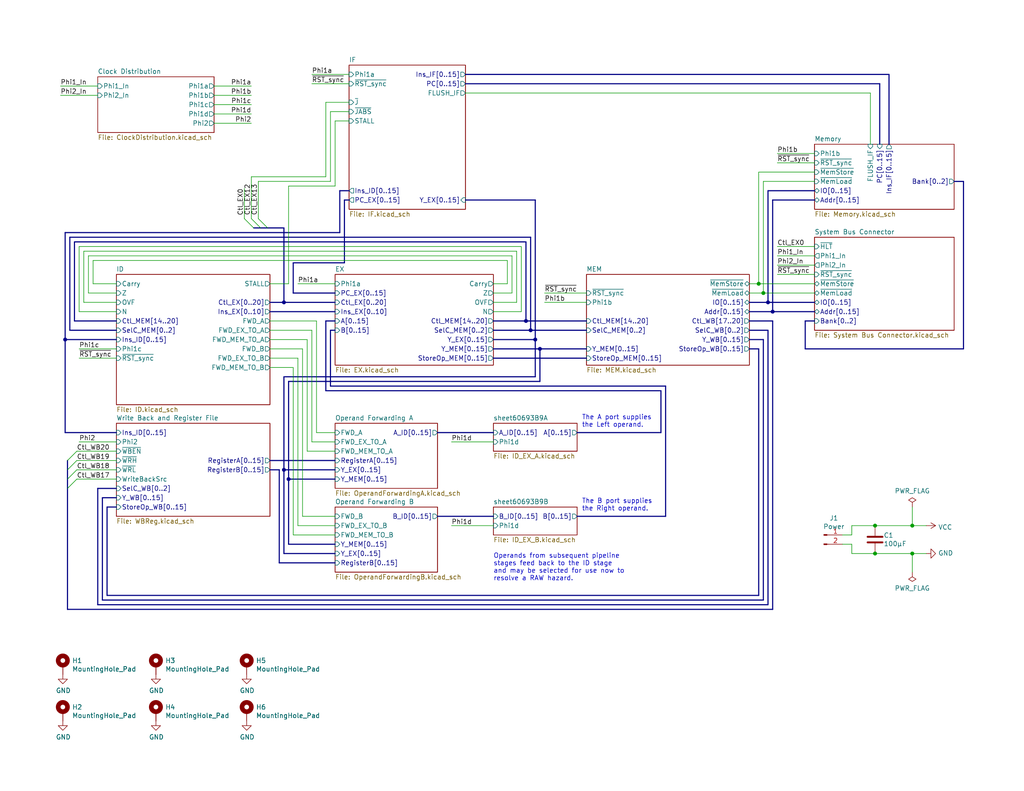
<source format=kicad_sch>
(kicad_sch (version 20230121) (generator eeschema)
  (paper "USLetter")
  (title_block (title "Turtle16: Processor Board") (date "2023-11-20") (rev "A") (comment 4 "Microcomputer built from 74xx series logic chips."))
  (lib_symbols
    (symbol "Connector:Conn_01x02_Pin" (pin_names (offset 1.016) hide)
      (property "Reference" "J" (at 0 2.54 0))
      (property "Value" "Conn_01x02_Pin" (at 0 -5.08 0))
      (symbol "Conn_01x02_Pin_1_1"
        (polyline (pts (xy 1.27 -2.54) (xy 0.8636 -2.54)) (stroke (width 0.1524)))
        (polyline (pts (xy 1.27 0) (xy 0.8636 0)) (stroke (width 0.1524)))
        (rectangle (start 0.8636 -2.413) (end 0 -2.667) (stroke (width 0.1524)) (fill (type outline)))
        (rectangle (start 0.8636 0.127) (end 0 -0.127) (stroke (width 0.1524)) (fill (type outline)))
        (pin passive line (at 5.08 0 180) (length 3.81) (name "Pin_1") (number "1"))
        (pin passive line (at 5.08 -2.54 180) (length 3.81) (name "Pin_2") (number "2"))
      )
    )
    (symbol "Device:C" (pin_numbers hide) (pin_names (offset 0.254))
      (property "Reference" "C" (at 0.635 2.54 0))
      (property "Value" "C" (at 0.635 -2.54 0))
      (symbol "C_0_1"
        (polyline (pts (xy -2.032 -0.762) (xy 2.032 -0.762)) (stroke (width 0.508)))
        (polyline (pts (xy -2.032 0.762) (xy 2.032 0.762)) (stroke (width 0.508)))
      )
      (symbol "C_1_1"
        (pin passive line (at 0 3.81 270) (length 2.794) (name "~") (number "1"))
        (pin passive line (at 0 -3.81 90) (length 2.794) (name "~") (number "2"))
      )
    )
    (symbol "Mechanical:MountingHole_Pad" (pin_numbers hide) (pin_names (offset 1.016) hide)
      (property "Reference" "H" (at 0 6.35 0))
      (property "Value" "MountingHole_Pad" (at 0 4.445 0))
      (symbol "MountingHole_Pad_0_1"
        (circle (center 0 1.27) (radius 1.27) (stroke (width 1.27)))
      )
      (symbol "MountingHole_Pad_1_1"
        (pin input line (at 0 -2.54 90) (length 2.54) (name "1") (number "1"))
      )
    )
    (symbol "power:GND" (power) (pin_names (offset 0))
      (property "Value" "GND" (at 0 -3.81 0))
      (symbol "GND_0_1"
        (polyline (pts (xy 0 0) (xy 0 -1.27) (xy 1.27 -1.27) (xy 0 -2.54) (xy -1.27 -1.27) (xy 0 -1.27)))
      )
      (symbol "GND_1_1"
        (pin power_in line (at 0 0 270) (length 0) hide (name "GND") (number "1"))
      )
    )
    (symbol "power:PWR_FLAG" (power) (pin_numbers hide) (pin_names (offset 0) hide)
      (property "Value" "PWR_FLAG" (at 0 3.81 0))
      (symbol "PWR_FLAG_0_0"
        (pin power_out line (at 0 0 90) (length 0) (name "pwr") (number "1"))
      )
      (symbol "PWR_FLAG_0_1"
        (polyline (pts (xy 0 0) (xy 0 1.27) (xy -1.016 1.905) (xy 0 2.54) (xy 1.016 1.905) (xy 0 1.27)))
      )
    )
    (symbol "power:VCC" (power) (pin_names (offset 0))
      (property "Value" "VCC" (at 0 3.81 0))
      (symbol "VCC_0_1"
        (polyline (pts (xy -0.762 1.27) (xy 0 2.54)))
        (polyline (pts (xy 0 0) (xy 0 2.54)))
        (polyline (pts (xy 0 2.54) (xy 0.762 1.27)))
      )
      (symbol "VCC_1_1"
        (pin power_in line (at 0 0 90) (length 0) hide (name "VCC") (number "1"))
      )
    )
  )
  (junction (at 77.47 128.27))
  (junction (at 147.32 95.25))
  (junction (at 207.01 77.47))
  (junction (at 238.76 151.13))
  (junction (at 248.92 151.13))
  (junction (at 208.28 80.01))
  (junction (at 143.51 87.63))
  (junction (at 146.05 92.71))
  (junction (at 144.78 90.17))
  (junction (at 248.92 143.51))
  (junction (at 78.74 130.81))
  (junction (at 209.55 82.55))
  (junction (at 77.47 82.55))
  (junction (at 210.82 85.09))
  (junction (at 17.78 92.71))
  (junction (at 238.76 143.51))
  (bus_entry (at 73.025 62.23) (size -2.54 -2.54))
  (bus_entry (at 71.12 62.23) (size -2.54 -2.54))
  (bus_entry (at 69.215 62.23) (size -2.54 -2.54))
  (bus_entry (at 18.415 128.27) (size 2.54 -2.54))
  (bus_entry (at 18.415 130.81) (size 2.54 -2.54))
  (bus_entry (at 18.415 125.73) (size 2.54 -2.54))
  (bus_entry (at 18.415 133.35) (size 2.54 -2.54))
  (bus (pts (xy 91.44 87.63) (xy 88.9 87.63)))
  (wire (pts (xy 91.44 123.19) (xy 83.82 123.19)))
  (bus (pts (xy 91.44 90.17) (xy 90.17 90.17)))
  (bus (pts (xy 73.66 82.55) (xy 77.47 82.55)))
  (wire (pts (xy 148.59 82.55) (xy 160.02 82.55)))
  (bus (pts (xy 181.61 140.97) (xy 157.48 140.97)))
  (wire (pts (xy 86.36 87.63) (xy 73.66 87.63)))
  (wire (pts (xy 21.59 95.25) (xy 31.75 95.25)))
  (bus (pts (xy 240.03 39.37) (xy 240.03 22.86)))
  (bus (pts (xy 88.9 87.63) (xy 88.9 106.68)))
  (wire (pts (xy 134.62 82.55) (xy 140.97 82.55)))
  (bus (pts (xy 92.71 52.07) (xy 92.71 63.5)))
  (wire (pts (xy 91.44 120.65) (xy 85.09 120.65)))
  (wire (pts (xy 238.76 151.13) (xy 248.92 151.13)))
  (bus (pts (xy 93.98 54.61) (xy 93.98 71.755)))
  (wire (pts (xy 232.41 143.51) (xy 238.76 143.51)))
  (wire (pts (xy 142.24 85.09) (xy 142.24 67.31)))
  (wire (pts (xy 207.01 46.99) (xy 207.01 77.47)))
  (wire (pts (xy 20.955 125.73) (xy 31.75 125.73)))
  (bus (pts (xy 144.78 64.77) (xy 19.05 64.77)))
  (bus (pts (xy 78.74 104.14) (xy 78.74 130.81)))
  (bus (pts (xy 77.47 102.87) (xy 77.47 128.27)))
  (wire (pts (xy 138.43 71.12) (xy 25.4 71.12)))
  (bus (pts (xy 27.94 135.89) (xy 27.94 163.83)))
  (wire (pts (xy 95.25 27.94) (xy 88.9 27.94)))
  (bus (pts (xy 73.66 85.09) (xy 91.44 85.09)))
  (bus (pts (xy 242.57 20.32) (xy 242.57 39.37)))
  (wire (pts (xy 207.01 77.47) (xy 222.25 77.47)))
  (wire (pts (xy 80.01 146.05) (xy 80.01 100.33)))
  (bus (pts (xy 80.01 80.01) (xy 91.44 80.01)))
  (bus (pts (xy 127 20.32) (xy 242.57 20.32)))
  (wire (pts (xy 204.47 80.01) (xy 208.28 80.01)))
  (bus (pts (xy 209.55 165.1) (xy 26.67 165.1)))
  (bus (pts (xy 180.34 106.68) (xy 180.34 118.11)))
  (bus (pts (xy 209.55 82.55) (xy 209.55 52.07)))
  (wire (pts (xy 68.58 48.26) (xy 68.58 59.69)))
  (wire (pts (xy 20.955 128.27) (xy 31.75 128.27)))
  (bus (pts (xy 78.74 130.81) (xy 78.74 148.59)))
  (wire (pts (xy 25.4 77.47) (xy 31.75 77.47)))
  (bus (pts (xy 80.01 71.755) (xy 80.01 80.01)))
  (wire (pts (xy 68.58 23.495) (xy 58.42 23.495)))
  (wire (pts (xy 212.09 44.45) (xy 222.25 44.45)))
  (bus (pts (xy 208.28 163.83) (xy 208.28 92.71)))
  (wire (pts (xy 91.44 50.8) (xy 78.74 50.8)))
  (bus (pts (xy 76.2 128.27) (xy 76.2 153.67)))
  (wire (pts (xy 208.28 49.53) (xy 208.28 80.01)))
  (wire (pts (xy 21.59 97.79) (xy 31.75 97.79)))
  (wire (pts (xy 81.28 97.79) (xy 73.66 97.79)))
  (bus (pts (xy 73.66 128.27) (xy 76.2 128.27)))
  (bus (pts (xy 262.89 49.53) (xy 262.89 95.25)))
  (wire (pts (xy 252.73 143.51) (xy 248.92 143.51)))
  (bus (pts (xy 19.05 64.77) (xy 19.05 90.17)))
  (bus (pts (xy 95.25 54.61) (xy 93.98 54.61)))
  (wire (pts (xy 212.09 69.85) (xy 222.25 69.85)))
  (wire (pts (xy 16.51 23.495) (xy 26.67 23.495)))
  (bus (pts (xy 143.51 87.63) (xy 160.02 87.63)))
  (bus (pts (xy 210.82 166.37) (xy 18.415 166.37)))
  (wire (pts (xy 68.58 26.035) (xy 58.42 26.035)))
  (bus (pts (xy 146.05 102.87) (xy 77.47 102.87)))
  (wire (pts (xy 80.01 100.33) (xy 73.66 100.33)))
  (wire (pts (xy 91.44 33.02) (xy 91.44 50.8)))
  (bus (pts (xy 29.21 162.56) (xy 29.21 138.43)))
  (wire (pts (xy 139.7 69.85) (xy 139.7 80.01)))
  (bus (pts (xy 180.34 118.11) (xy 157.48 118.11)))
  (wire (pts (xy 212.09 67.31) (xy 222.25 67.31)))
  (bus (pts (xy 134.62 92.71) (xy 146.05 92.71)))
  (bus (pts (xy 134.62 90.17) (xy 144.78 90.17)))
  (wire (pts (xy 68.58 28.575) (xy 58.42 28.575)))
  (bus (pts (xy 69.215 62.23) (xy 71.12 62.23)))
  (wire (pts (xy 22.86 68.58) (xy 22.86 82.55)))
  (bus (pts (xy 93.98 71.755) (xy 80.01 71.755)))
  (bus (pts (xy 222.25 54.61) (xy 210.82 54.61)))
  (wire (pts (xy 91.44 118.11) (xy 86.36 118.11)))
  (wire (pts (xy 140.97 68.58) (xy 22.86 68.58)))
  (bus (pts (xy 222.25 87.63) (xy 219.71 87.63)))
  (bus (pts (xy 204.47 90.17) (xy 209.55 90.17)))
  (wire (pts (xy 24.13 69.85) (xy 139.7 69.85)))
  (wire (pts (xy 222.25 49.53) (xy 208.28 49.53)))
  (wire (pts (xy 25.4 71.12) (xy 25.4 77.47)))
  (bus (pts (xy 20.32 87.63) (xy 31.75 87.63)))
  (wire (pts (xy 90.17 49.53) (xy 90.17 30.48)))
  (bus (pts (xy 181.61 105.41) (xy 181.61 140.97)))
  (bus (pts (xy 147.32 95.25) (xy 160.02 95.25)))
  (bus (pts (xy 29.21 138.43) (xy 31.75 138.43)))
  (bus (pts (xy 73.66 125.73) (xy 91.44 125.73)))
  (wire (pts (xy 134.62 85.09) (xy 142.24 85.09)))
  (wire (pts (xy 248.92 138.43) (xy 248.92 143.51)))
  (wire (pts (xy 123.19 143.51) (xy 134.62 143.51)))
  (bus (pts (xy 77.47 151.13) (xy 91.44 151.13)))
  (wire (pts (xy 85.09 20.32) (xy 95.25 20.32)))
  (wire (pts (xy 24.13 80.01) (xy 24.13 69.85)))
  (bus (pts (xy 127 22.86) (xy 240.03 22.86)))
  (bus (pts (xy 262.89 95.25) (xy 219.71 95.25)))
  (bus (pts (xy 208.28 92.71) (xy 204.47 92.71)))
  (bus (pts (xy 77.47 82.55) (xy 91.44 82.55)))
  (wire (pts (xy 21.59 85.09) (xy 31.75 85.09)))
  (bus (pts (xy 92.71 63.5) (xy 17.78 63.5)))
  (wire (pts (xy 78.74 50.8) (xy 78.74 77.47)))
  (wire (pts (xy 83.82 123.19) (xy 83.82 92.71)))
  (bus (pts (xy 146.05 54.61) (xy 146.05 92.71)))
  (bus (pts (xy 262.89 49.53) (xy 260.35 49.53)))
  (bus (pts (xy 88.9 106.68) (xy 180.34 106.68)))
  (bus (pts (xy 78.74 130.81) (xy 91.44 130.81)))
  (wire (pts (xy 138.43 77.47) (xy 138.43 71.12)))
  (bus (pts (xy 73.025 62.23) (xy 77.47 62.23)))
  (wire (pts (xy 222.25 46.99) (xy 207.01 46.99)))
  (wire (pts (xy 91.44 140.97) (xy 82.55 140.97)))
  (wire (pts (xy 68.58 31.115) (xy 58.42 31.115)))
  (wire (pts (xy 83.82 92.71) (xy 73.66 92.71)))
  (bus (pts (xy 210.82 87.63) (xy 210.82 166.37)))
  (bus (pts (xy 31.75 118.11) (xy 17.78 118.11)))
  (wire (pts (xy 232.41 151.13) (xy 238.76 151.13)))
  (wire (pts (xy 70.485 59.69) (xy 70.485 49.53)))
  (bus (pts (xy 18.415 130.81) (xy 18.415 133.35)))
  (wire (pts (xy 82.55 95.25) (xy 73.66 95.25)))
  (bus (pts (xy 147.32 104.14) (xy 78.74 104.14)))
  (wire (pts (xy 248.92 156.21) (xy 248.92 151.13)))
  (wire (pts (xy 95.25 33.02) (xy 91.44 33.02)))
  (wire (pts (xy 212.09 74.93) (xy 222.25 74.93)))
  (wire (pts (xy 78.74 77.47) (xy 73.66 77.47)))
  (wire (pts (xy 204.47 77.47) (xy 207.01 77.47)))
  (bus (pts (xy 204.47 87.63) (xy 210.82 87.63)))
  (bus (pts (xy 19.05 90.17) (xy 31.75 90.17)))
  (bus (pts (xy 31.75 135.89) (xy 27.94 135.89)))
  (bus (pts (xy 78.74 148.59) (xy 91.44 148.59)))
  (wire (pts (xy 91.44 146.05) (xy 80.01 146.05)))
  (bus (pts (xy 143.51 87.63) (xy 143.51 66.04)))
  (bus (pts (xy 18.415 133.35) (xy 18.415 166.37)))
  (wire (pts (xy 232.41 148.59) (xy 232.41 151.13)))
  (wire (pts (xy 68.58 33.655) (xy 58.42 33.655)))
  (wire (pts (xy 123.19 120.65) (xy 134.62 120.65)))
  (wire (pts (xy 21.59 67.31) (xy 21.59 85.09)))
  (bus (pts (xy 134.62 95.25) (xy 147.32 95.25)))
  (bus (pts (xy 17.78 118.11) (xy 17.78 92.71)))
  (bus (pts (xy 209.55 90.17) (xy 209.55 165.1)))
  (wire (pts (xy 85.09 22.86) (xy 95.25 22.86)))
  (wire (pts (xy 88.9 27.94) (xy 88.9 48.26)))
  (wire (pts (xy 237.49 39.37) (xy 237.49 25.4)))
  (wire (pts (xy 229.87 146.05) (xy 232.41 146.05)))
  (bus (pts (xy 77.47 128.27) (xy 77.47 151.13)))
  (bus (pts (xy 146.05 92.71) (xy 146.05 102.87)))
  (bus (pts (xy 26.67 165.1) (xy 26.67 133.35)))
  (wire (pts (xy 85.09 120.65) (xy 85.09 90.17)))
  (wire (pts (xy 212.09 72.39) (xy 222.25 72.39)))
  (wire (pts (xy 134.62 77.47) (xy 138.43 77.47)))
  (wire (pts (xy 229.87 148.59) (xy 232.41 148.59)))
  (bus (pts (xy 134.62 97.79) (xy 160.02 97.79)))
  (bus (pts (xy 210.82 54.61) (xy 210.82 85.09)))
  (bus (pts (xy 76.2 153.67) (xy 91.44 153.67)))
  (bus (pts (xy 77.47 82.55) (xy 77.47 62.23)))
  (bus (pts (xy 207.01 95.25) (xy 207.01 162.56)))
  (bus (pts (xy 219.71 95.25) (xy 219.71 87.63)))
  (bus (pts (xy 18.415 125.73) (xy 18.415 128.27)))
  (bus (pts (xy 31.75 92.71) (xy 17.78 92.71)))
  (wire (pts (xy 91.44 143.51) (xy 81.28 143.51)))
  (wire (pts (xy 248.92 151.13) (xy 252.73 151.13)))
  (wire (pts (xy 82.55 140.97) (xy 82.55 95.25)))
  (wire (pts (xy 148.59 80.01) (xy 160.02 80.01)))
  (wire (pts (xy 208.28 80.01) (xy 222.25 80.01)))
  (wire (pts (xy 232.41 143.51) (xy 232.41 146.05)))
  (wire (pts (xy 238.76 143.51) (xy 248.92 143.51)))
  (wire (pts (xy 81.28 77.47) (xy 91.44 77.47)))
  (wire (pts (xy 88.9 48.26) (xy 68.58 48.26)))
  (wire (pts (xy 85.09 90.17) (xy 73.66 90.17)))
  (bus (pts (xy 90.17 90.17) (xy 90.17 105.41)))
  (bus (pts (xy 209.55 82.55) (xy 222.25 82.55)))
  (bus (pts (xy 143.51 66.04) (xy 20.32 66.04)))
  (bus (pts (xy 77.47 128.27) (xy 91.44 128.27)))
  (wire (pts (xy 86.36 118.11) (xy 86.36 87.63)))
  (bus (pts (xy 144.78 90.17) (xy 144.78 64.77)))
  (wire (pts (xy 66.675 51.435) (xy 66.675 59.69)))
  (bus (pts (xy 20.32 66.04) (xy 20.32 87.63)))
  (bus (pts (xy 127 54.61) (xy 146.05 54.61)))
  (bus (pts (xy 210.82 85.09) (xy 222.25 85.09)))
  (wire (pts (xy 134.62 80.01) (xy 139.7 80.01)))
  (bus (pts (xy 18.415 128.27) (xy 18.415 130.81)))
  (bus (pts (xy 144.78 90.17) (xy 160.02 90.17)))
  (bus (pts (xy 26.67 133.35) (xy 31.75 133.35)))
  (wire (pts (xy 16.51 26.035) (xy 26.67 26.035)))
  (bus (pts (xy 119.38 118.11) (xy 134.62 118.11)))
  (wire (pts (xy 22.86 82.55) (xy 31.75 82.55)))
  (bus (pts (xy 71.12 62.23) (xy 73.025 62.23)))
  (bus (pts (xy 204.47 95.25) (xy 207.01 95.25)))
  (wire (pts (xy 212.09 41.91) (xy 222.25 41.91)))
  (wire (pts (xy 90.17 30.48) (xy 95.25 30.48)))
  (bus (pts (xy 209.55 52.07) (xy 222.25 52.07)))
  (wire (pts (xy 70.485 49.53) (xy 90.17 49.53)))
  (bus (pts (xy 204.47 85.09) (xy 210.82 85.09)))
  (wire (pts (xy 31.75 80.01) (xy 24.13 80.01)))
  (bus (pts (xy 147.32 95.25) (xy 147.32 104.14)))
  (bus (pts (xy 204.47 82.55) (xy 209.55 82.55)))
  (bus (pts (xy 119.38 140.97) (xy 134.62 140.97)))
  (wire (pts (xy 21.59 120.65) (xy 31.75 120.65)))
  (wire (pts (xy 20.955 123.19) (xy 31.75 123.19)))
  (bus (pts (xy 90.17 105.41) (xy 181.61 105.41)))
  (wire (pts (xy 127 25.4) (xy 237.49 25.4)))
  (bus (pts (xy 134.62 87.63) (xy 143.51 87.63)))
  (wire (pts (xy 21.59 67.31) (xy 142.24 67.31)))
  (wire (pts (xy 20.955 130.81) (xy 31.75 130.81)))
  (bus (pts (xy 207.01 162.56) (xy 29.21 162.56)))
  (bus (pts (xy 17.78 63.5) (xy 17.78 92.71)))
  (bus (pts (xy 95.25 52.07) (xy 92.71 52.07)))
  (wire (pts (xy 140.97 82.55) (xy 140.97 68.58)))
  (bus (pts (xy 27.94 163.83) (xy 208.28 163.83)))
  (wire (pts (xy 81.28 143.51) (xy 81.28 97.79)))
  (text "Operands from subsequent pipeline\nstages feed back to the ID stage\nand may be selected for use now to\nresolve a RAW hazard." (at 134.62 158.75 0) (effects (font (size 1.27 1.27)) (justify left bottom)))
  (text "The B port supplies\nthe Right operand." (at 158.75 139.7 0) (effects (font (size 1.27 1.27)) (justify left bottom)))
  (text "The A port supplies\nthe Left operand." (at 158.75 116.84 0) (effects (font (size 1.27 1.27)) (justify left bottom)))
  (label "Phi1_In" (at 212.09 69.85 0))
  (label "~{RST_sync}" (at 21.59 97.79 0))
  (label "Phi2_In" (at 212.09 72.39 0))
  (label "~{RST_sync}" (at 212.09 74.93 0))
  (label "Phi1b" (at 68.58 26.035 180))
  (label "Ctl_EX0" (at 66.675 51.435 270))
  (label "Ctl_WB18" (at 20.955 128.27 0))
  (label "Phi2" (at 21.59 120.65 0))
  (label "Phi1_In" (at 16.51 23.495 0))
  (label "Phi1d" (at 123.19 120.65 0))
  (label "~{RST_sync}" (at 85.09 22.86 0))
  (label "Phi1a" (at 81.28 77.47 0))
  (label "Phi2" (at 68.58 33.655 180))
  (label "~{RST_sync}" (at 148.59 80.01 0))
  (label "Phi1c" (at 68.58 28.575 180))
  (label "Phi1b" (at 148.59 82.55 0))
  (label "Ctl_EX13" (at 70.485 50.165 270))
  (label "Phi1b" (at 212.09 41.91 0))
  (label "Ctl_WB19" (at 20.955 125.73 0))
  (label "Phi1c" (at 21.59 95.25 0))
  (label "Ctl_WB17" (at 20.955 130.81 0))
  (label "Phi2_In" (at 16.51 26.035 0))
  (label "Phi1a" (at 68.58 23.495 180))
  (label "Ctl_WB20" (at 20.955 123.19 0))
  (label "Phi1d" (at 123.19 143.51 0))
  (label "Phi1d" (at 68.58 31.115 180))
  (label "Phi1a" (at 85.09 20.32 0))
  (label "Ctl_EX12" (at 68.58 50.165 270))
  (label "Ctl_EX0" (at 212.09 67.31 0))
  (label "~{RST_sync}" (at 212.09 44.45 0))
  (symbol (lib_id "Connector:Conn_01x02_Pin") (at 224.79 146.05 0) (unit 1)
    (property "Reference" "J1" (at 227.5332 141.4526 0))
    (property "Value" "Power" (at 227.5332 143.764 0))
    (property "Footprint" "Connector_Molex:172448-0002" (effects hide))
    (property "Mouser" "https://www.mouser.com/ProductDetail/538-172448-0002" (effects hide))
  )
  (symbol (lib_id "Mechanical:MountingHole_Pad") (at 17.145 181.61 0) (unit 1)
    (property "Reference" "H1" (at 19.685 180.3654 0) (effects (justify left)))
    (property "Value" "MountingHole_Pad" (at 19.685 182.6768 0) (effects (justify left)))
    (property "Footprint" "MountingHole:MountingHole_3.2mm_M3_Pad" (effects hide))
  )
  (symbol (lib_id "Mechanical:MountingHole_Pad") (at 42.545 181.61 0) (unit 1)
    (property "Reference" "H3" (at 45.085 180.3654 0) (effects (justify left)))
    (property "Value" "MountingHole_Pad" (at 45.085 182.6768 0) (effects (justify left)))
    (property "Footprint" "MountingHole:MountingHole_3.2mm_M3_Pad" (effects hide))
  )
  (symbol (lib_id "power:GND") (at 67.31 196.85 0) (unit 1)
    (property "Reference" "#PWR0447" (effects hide))
    (property "Value" "GND" (at 67.437 201.2442 0))
  )
  (symbol (lib_id "Mechanical:MountingHole_Pad") (at 42.545 194.31 0) (unit 1)
    (property "Reference" "H4" (at 45.085 193.0654 0) (effects (justify left)))
    (property "Value" "MountingHole_Pad" (at 45.085 195.3768 0) (effects (justify left)))
    (property "Footprint" "MountingHole:MountingHole_3.2mm_M3_Pad" (effects hide))
  )
  (symbol (lib_id "Device:C") (at 238.76 147.32 0) (unit 1)
    (property "Reference" "C1" (at 241.0968 146.1516 0) (effects (justify left)))
    (property "Value" "100µF" (at 241.0968 148.463 0) (effects (justify left)))
    (property "Footprint" "Capacitor_SMD:C_1206_3216Metric_Pad1.33x1.80mm_HandSolder" (effects hide))
    (property "Mouser" "https://www.mouser.com/ProductDetail/963-AMK316ABJ107ML-T" (effects hide))
  )
  (symbol (lib_id "Mechanical:MountingHole_Pad") (at 17.145 194.31 0) (unit 1)
    (property "Reference" "H2" (at 19.685 193.0654 0) (effects (justify left)))
    (property "Value" "MountingHole_Pad" (at 19.685 195.3768 0) (effects (justify left)))
    (property "Footprint" "MountingHole:MountingHole_3.2mm_M3_Pad" (effects hide))
  )
  (symbol (lib_id "power:PWR_FLAG") (at 248.92 138.43 0) (unit 1)
    (property "Reference" "#FLG01" (effects hide))
    (property "Value" "PWR_FLAG" (at 248.92 134.0358 0))
  )
  (symbol (lib_id "power:VCC") (at 252.73 143.51 270) (unit 1)
    (property "Reference" "#PWR05" (effects hide))
    (property "Value" "VCC" (at 255.9812 143.9418 90) (effects (justify left)))
  )
  (symbol (lib_id "Mechanical:MountingHole_Pad") (at 67.31 181.61 0) (unit 1)
    (property "Reference" "H5" (at 69.85 180.3654 0) (effects (justify left)))
    (property "Value" "MountingHole_Pad" (at 69.85 182.6768 0) (effects (justify left)))
    (property "Footprint" "MountingHole:MountingHole_3.2mm_M3_Pad" (effects hide))
  )
  (symbol (lib_id "power:GND") (at 67.31 184.15 0) (unit 1)
    (property "Reference" "#PWR0446" (effects hide))
    (property "Value" "GND" (at 67.437 188.5442 0))
  )
  (symbol (lib_id "power:GND") (at 17.145 184.15 0) (unit 1)
    (property "Reference" "#PWR01" (effects hide))
    (property "Value" "GND" (at 17.272 188.5442 0))
  )
  (symbol (lib_id "power:PWR_FLAG") (at 248.92 156.21 180) (unit 1)
    (property "Reference" "#FLG02" (effects hide))
    (property "Value" "PWR_FLAG" (at 248.92 160.6042 0))
  )
  (symbol (lib_id "power:GND") (at 42.545 184.15 0) (unit 1)
    (property "Reference" "#PWR03" (effects hide))
    (property "Value" "GND" (at 42.672 188.5442 0))
  )
  (symbol (lib_id "power:GND") (at 252.73 151.13 90) (unit 1)
    (property "Reference" "#PWR06" (effects hide))
    (property "Value" "GND" (at 255.9812 151.003 90) (effects (justify right)))
  )
  (symbol (lib_id "power:GND") (at 17.145 196.85 0) (unit 1)
    (property "Reference" "#PWR02" (effects hide))
    (property "Value" "GND" (at 17.272 201.2442 0))
  )
  (symbol (lib_id "Mechanical:MountingHole_Pad") (at 67.31 194.31 0) (unit 1)
    (property "Reference" "H6" (at 69.85 193.0654 0) (effects (justify left)))
    (property "Value" "MountingHole_Pad" (at 69.85 195.3768 0) (effects (justify left)))
    (property "Footprint" "MountingHole:MountingHole_3.2mm_M3_Pad" (effects hide))
  )
  (symbol (lib_id "power:GND") (at 42.545 196.85 0) (unit 1)
    (property "Reference" "#PWR04" (effects hide))
    (property "Value" "GND" (at 42.672 201.2442 0))
  )
  (sheet (at 222.25 64.77) (size 38.1 25.4)
    (property "Sheetname" "System Bus Connector" (at 222.25 64.0584 0) (effects (justify left bottom)))
    (property "Sheetfile" "System Bus Connector.kicad_sch" (at 222.25 90.7546 0) (effects (justify left top)))
    (pin "IO[0..15]" tri_state (at 222.25 82.55 180))
    (pin "Addr[0..15]" tri_state (at 222.25 85.09 180))
    (pin "~{MemLoad}" tri_state (at 222.25 80.01 180))
    (pin "~{MemStore}" tri_state (at 222.25 77.47 180))
    (pin "Phi2_In" output (at 222.25 72.39 180))
    (pin "~{RST_sync}" input (at 222.25 74.93 180))
    (pin "Bank[0..2]" input (at 222.25 87.63 180))
    (pin "Phi1_In" output (at 222.25 69.85 180))
    (pin "~{HLT}" input (at 222.25 67.31 180))
  )
  (sheet (at 95.25 17.78) (size 31.75 39.37)
    (property "Sheetname" "IF" (at 95.25 17.0684 0) (effects (justify left bottom)))
    (property "Sheetfile" "IF.kicad_sch" (at 95.25 57.7346 0) (effects (justify left top)))
    (pin "Ins_ID[0..15]" output (at 95.25 52.07 180))
    (pin "PC_EX[0..15]" output (at 95.25 54.61 180))
    (pin "Y_EX[0..15]" input (at 127 54.61 0))
    (pin "~{J}" input (at 95.25 27.94 180))
    (pin "~{JABS}" input (at 95.25 30.48 180))
    (pin "STALL" input (at 95.25 33.02 180))
    (pin "~{RST_sync}" input (at 95.25 22.86 180))
    (pin "Phi1a" input (at 95.25 20.32 180))
    (pin "PC[0..15]" output (at 127 22.86 0))
    (pin "FLUSH_IF" output (at 127 25.4 0))
    (pin "Ins_IF[0..15]" output (at 127 20.32 0))
  )
  (sheet (at 31.75 74.93) (size 41.91 35.56)
    (property "Sheetname" "ID" (at 31.75 74.2184 0) (effects (justify left bottom)))
    (property "Sheetfile" "ID.kicad_sch" (at 31.75 111.0746 0) (effects (justify left top)))
    (pin "Z" input (at 31.75 80.01 180))
    (pin "Carry" input (at 31.75 77.47 180))
    (pin "Ins_ID[0..15]" input (at 31.75 92.71 180))
    (pin "Ctl_EX[0..20]" output (at 73.66 82.55 0))
    (pin "OVF" input (at 31.75 82.55 180))
    (pin "Ins_EX[0..10]" output (at 73.66 85.09 0))
    (pin "STALL" output (at 73.66 77.47 0))
    (pin "Ctl_MEM[14..20]" input (at 31.75 87.63 180))
    (pin "SelC_MEM[0..2]" input (at 31.75 90.17 180))
    (pin "FWD_EX_TO_B" output (at 73.66 97.79 0))
    (pin "FWD_MEM_TO_B" output (at 73.66 100.33 0))
    (pin "FWD_B" output (at 73.66 95.25 0))
    (pin "FWD_EX_TO_A" output (at 73.66 90.17 0))
    (pin "FWD_MEM_TO_A" output (at 73.66 92.71 0))
    (pin "FWD_A" output (at 73.66 87.63 0))
    (pin "Phi1c" input (at 31.75 95.25 180))
    (pin "~{RST_sync}" input (at 31.75 97.79 180))
    (pin "N" input (at 31.75 85.09 180))
  )
  (sheet (at 91.44 74.93) (size 43.18 24.765)
    (property "Sheetname" "EX" (at 91.44 74.2184 0) (effects (justify left bottom)))
    (property "Sheetfile" "EX.kicad_sch" (at 91.44 100.2796 0) (effects (justify left top)))
    (pin "Y_MEM[0..15]" output (at 134.62 95.25 0))
    (pin "Ctl_MEM[14..20]" output (at 134.62 87.63 0))
    (pin "Z" output (at 134.62 80.01 0))
    (pin "Carry" output (at 134.62 77.47 0))
    (pin "OVF" output (at 134.62 82.55 0))
    (pin "StoreOp_MEM[0..15]" output (at 134.62 97.79 0))
    (pin "SelC_MEM[0..2]" output (at 134.62 90.17 0))
    (pin "Ctl_EX[0..20]" input (at 91.44 82.55 180))
    (pin "PC_EX[0..15]" input (at 91.44 80.01 180))
    (pin "Ins_EX[0..10]" input (at 91.44 85.09 180))
    (pin "A[0..15]" input (at 91.44 87.63 180))
    (pin "B[0..15]" input (at 91.44 90.17 180))
    (pin "Y_EX[0..15]" output (at 134.62 92.71 0))
    (pin "Phi1a" input (at 91.44 77.47 180))
    (pin "N" output (at 134.62 85.09 0))
  )
  (sheet (at 160.02 74.93) (size 44.45 24.765)
    (property "Sheetname" "MEM" (at 160.02 74.2184 0) (effects (justify left bottom)))
    (property "Sheetfile" "MEM.kicad_sch" (at 160.02 100.2796 0) (effects (justify left top)))
    (pin "StoreOp_MEM[0..15]" input (at 160.02 97.79 180))
    (pin "StoreOp_WB[0..15]" output (at 204.47 95.25 0))
    (pin "Y_MEM[0..15]" input (at 160.02 95.25 180))
    (pin "Ctl_MEM[14..20]" input (at 160.02 87.63 180))
    (pin "~{MemStore}" tri_state (at 204.47 77.47 0))
    (pin "~{MemLoad}" tri_state (at 204.47 80.01 0))
    (pin "IO[0..15]" tri_state (at 204.47 82.55 0))
    (pin "Addr[0..15]" tri_state (at 204.47 85.09 0))
    (pin "SelC_WB[0..2]" output (at 204.47 90.17 0))
    (pin "SelC_MEM[0..2]" input (at 160.02 90.17 180))
    (pin "Ctl_WB[17..20]" output (at 204.47 87.63 0))
    (pin "Y_WB[0..15]" output (at 204.47 92.71 0))
    (pin "~{RST_sync}" input (at 160.02 80.01 180))
    (pin "Phi1b" input (at 160.02 82.55 180))
  )
  (sheet (at 222.25 39.37) (size 38.1 17.78) (stroke (width 0.1524))
    (property "Sheetname" "Memory" (at 222.25 38.6584 0) (effects (justify left bottom)))
    (property "Sheetfile" "Memory.kicad_sch" (at 222.25 57.7346 0) (effects (justify left top)))
    (pin "IO[0..15]" tri_state (at 222.25 52.07 180))
    (pin "PC[0..15]" input (at 240.03 39.37 90))
    (pin "Addr[0..15]" tri_state (at 222.25 54.61 180))
    (pin "Ins_IF[0..15]" output (at 242.57 39.37 90))
    (pin "~{MemLoad}" input (at 222.25 49.53 180))
    (pin "~{MemStore}" input (at 222.25 46.99 180))
    (pin "Bank[0..2]" output (at 260.35 49.53 0))
    (pin "Phi1b" input (at 222.25 41.91 180))
    (pin "~{RST_sync}" input (at 222.25 44.45 180))
    (pin "FLUSH_IF" input (at 237.49 39.37 90))
  )
  (sheet (at 91.44 138.43) (size 27.94 17.78)
    (property "Sheetname" "Operand Forwarding B" (at 91.44 137.7184 0) (effects (justify left bottom)))
    (property "Sheetfile" "OperandForwardingB.kicad_sch" (at 91.44 156.7946 0) (effects (justify left top)))
    (pin "FWD_B" input (at 91.44 140.97 180))
    (pin "B_ID[0..15]" output (at 119.38 140.97 0))
    (pin "RegisterB[0..15]" input (at 91.44 153.67 180))
    (pin "Y_EX[0..15]" input (at 91.44 151.13 180))
    (pin "Y_MEM[0..15]" input (at 91.44 148.59 180))
    (pin "FWD_EX_TO_B" input (at 91.44 143.51 180))
    (pin "FWD_MEM_TO_B" input (at 91.44 146.05 180))
  )
  (sheet (at 26.67 20.955) (size 31.75 15.24) (stroke (width 0.1524))
    (property "Sheetname" "Clock Distribution" (at 26.67 20.2434 0) (effects (justify left bottom)))
    (property "Sheetfile" "ClockDistribution.kicad_sch" (at 26.67 36.7796 0) (effects (justify left top)))
    (pin "Phi1a" output (at 58.42 23.495 0))
    (pin "Phi1b" output (at 58.42 26.035 0))
    (pin "Phi1d" output (at 58.42 31.115 0))
    (pin "Phi1c" output (at 58.42 28.575 0))
    (pin "Phi2" output (at 58.42 33.655 0))
    (pin "Phi1_In" input (at 26.67 23.495 180))
    (pin "Phi2_In" input (at 26.67 26.035 180))
  )
  (sheet (at 91.44 115.57) (size 27.94 17.78)
    (property "Sheetname" "Operand Forwarding A" (at 91.44 114.8584 0) (effects (justify left bottom)))
    (property "Sheetfile" "OperandForwardingA.kicad_sch" (at 91.44 133.9346 0) (effects (justify left top)))
    (pin "FWD_A" input (at 91.44 118.11 180))
    (pin "A_ID[0..15]" output (at 119.38 118.11 0))
    (pin "RegisterA[0..15]" input (at 91.44 125.73 180))
    (pin "Y_EX[0..15]" input (at 91.44 128.27 180))
    (pin "Y_MEM[0..15]" input (at 91.44 130.81 180))
    (pin "FWD_EX_TO_A" input (at 91.44 120.65 180))
    (pin "FWD_MEM_TO_A" input (at 91.44 123.19 180))
  )
  (sheet (at 134.62 115.57) (size 22.86 7.62)
    (property "Sheetname" "sheet60693B9A" (at 134.62 114.8584 0) (effects (justify left bottom)))
    (property "Sheetfile" "ID_EX_A.kicad_sch" (at 134.62 123.7746 0) (effects (justify left top)))
    (pin "A_ID[0..15]" input (at 134.62 118.11 180))
    (pin "A[0..15]" output (at 157.48 118.11 0))
    (pin "Phi1d" input (at 134.62 120.65 180))
  )
  (sheet (at 134.62 138.43) (size 22.86 7.62)
    (property "Sheetname" "sheet60693B9B" (at 134.62 137.7184 0) (effects (justify left bottom)))
    (property "Sheetfile" "ID_EX_B.kicad_sch" (at 134.62 146.6346 0) (effects (justify left top)))
    (pin "B_ID[0..15]" input (at 134.62 140.97 180))
    (pin "B[0..15]" output (at 157.48 140.97 0))
    (pin "Phi1d" input (at 134.62 143.51 180))
  )
  (sheet (at 31.75 115.57) (size 41.91 25.4) (stroke (width 0.1524))
    (property "Sheetname" "Write Back and Register File" (at 31.75 114.8584 0) (effects (justify left bottom)))
    (property "Sheetfile" "WBReg.kicad_sch" (at 31.75 141.5546 0) (effects (justify left top)))
    (pin "~{WRL}" input (at 31.75 128.27 180))
    (pin "~{WBEN}" input (at 31.75 123.19 180))
    (pin "StoreOp_WB[0..15]" input (at 31.75 138.43 180))
    (pin "Y_WB[0..15]" input (at 31.75 135.89 180))
    (pin "WriteBackSrc" input (at 31.75 130.81 180))
    (pin "SelC_WB[0..2]" input (at 31.75 133.35 180))
    (pin "Ins_ID[0..15]" input (at 31.75 118.11 180))
    (pin "~{WRH}" input (at 31.75 125.73 180))
    (pin "RegisterA[0..15]" output (at 73.66 125.73 0))
    (pin "RegisterB[0..15]" output (at 73.66 128.27 0))
    (pin "Phi2" input (at 31.75 120.65 180))
  )
)
</source>
